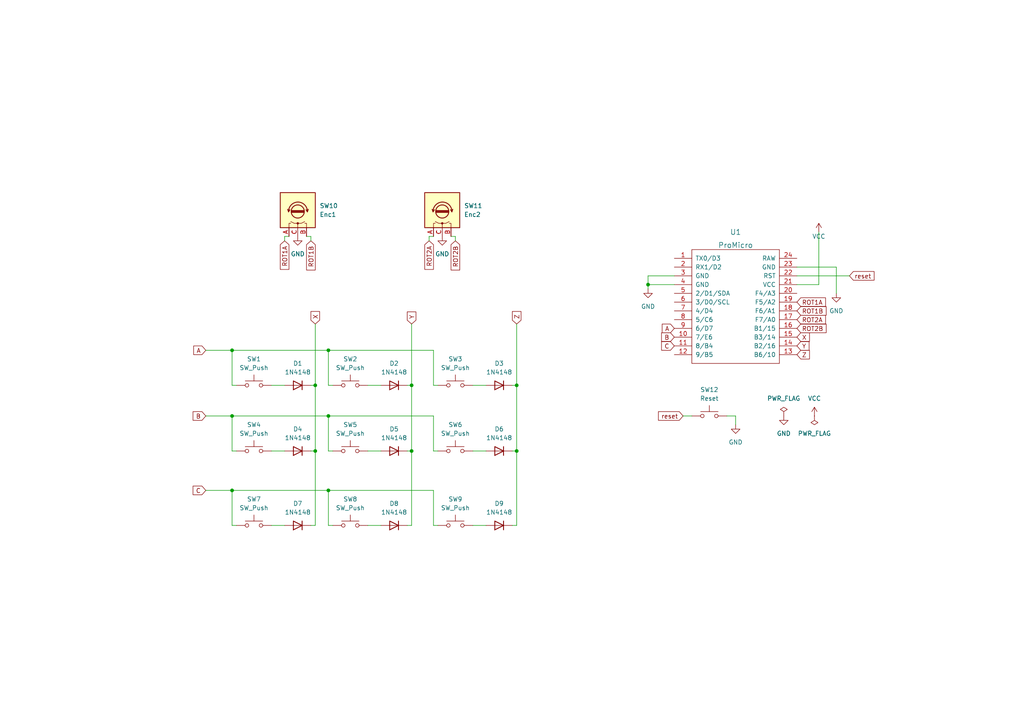
<source format=kicad_sch>
(kicad_sch (version 20211123) (generator eeschema)
  (paper "A4")
  (lib_symbols
    (symbol "Device:RotaryEncoder" (pin_names (offset 0.254) hide)
      (property "Reference" "SW" (at 0 6.604 0))
      (property "Value" "RotaryEncoder" (at 0 -6.604 0))
      (symbol "RotaryEncoder_0_1"
        (rectangle (start -5.08 5.08) (end 5.08 -5.08) (stroke (width 0.254)) (fill (type background)))
        (circle (center -3.81 0) (radius 0.254) (fill (type outline)))
        (arc (start -0.381 -2.794) (mid 2.3622 -0.0508) (end -0.381 2.667) (stroke (width 0.254)))
        (circle (center -0.381 0) (radius 1.905) (stroke (width 0.254)))
        (polyline (pts (xy -0.635 -1.778) (xy -0.635 1.778)) (stroke (width 0.254)))
        (polyline (pts (xy -0.381 -1.778) (xy -0.381 1.778)) (stroke (width 0.254)))
        (polyline (pts (xy -0.127 1.778) (xy -0.127 -1.778)) (stroke (width 0.254)))
        (polyline (pts (xy -5.08 -2.54) (xy -3.81 -2.54) (xy -3.81 -2.032)))
        (polyline (pts (xy -5.08 2.54) (xy -3.81 2.54) (xy -3.81 2.032)))
        (polyline (pts (xy 0.254 -3.048) (xy -0.508 -2.794) (xy 0.127 -2.413)) (stroke (width 0.254)))
        (polyline (pts (xy 0.254 2.921) (xy -0.508 2.667) (xy 0.127 2.286)) (stroke (width 0.254)))
        (polyline (pts (xy -5.08 0) (xy -3.81 0) (xy -3.81 -1.016) (xy -3.302 -2.032)))
        (polyline (pts (xy -4.318 0) (xy -3.81 0) (xy -3.81 1.016) (xy -3.302 2.032)))
      )
      (symbol "RotaryEncoder_1_1"
        (pin passive line (at -7.62 2.54 0) (length 2.54) (name "A") (number "A"))
        (pin passive line (at -7.62 -2.54 0) (length 2.54) (name "B") (number "B"))
        (pin passive line (at -7.62 0 0) (length 2.54) (name "C") (number "C"))
      )
    )
    (symbol "Diode:1N4148" (pin_numbers hide) (pin_names hide)
      (property "Reference" "D" (at 0 2.54 0))
      (property "Value" "1N4148" (at 0 -2.54 0))
      (symbol "1N4148_0_1"
        (polyline (pts (xy -1.27 1.27) (xy -1.27 -1.27)) (stroke (width 0.254)))
        (polyline (pts (xy 1.27 0) (xy -1.27 0)))
        (polyline (pts (xy 1.27 1.27) (xy 1.27 -1.27) (xy -1.27 0) (xy 1.27 1.27)) (stroke (width 0.254)))
      )
      (symbol "1N4148_1_1"
        (pin passive line (at -3.81 0 0) (length 2.54) (name "K") (number "1"))
        (pin passive line (at 3.81 0 180) (length 2.54) (name "A") (number "2"))
      )
    )
    (symbol "Switch:SW_Push" (pin_numbers hide) (pin_names (offset 1.016) hide)
      (property "Reference" "SW" (at 1.27 2.54 0))
      (property "Value" "SW_Push" (at 0 -1.524 0))
      (symbol "SW_Push_0_1"
        (circle (center -2.032 0) (radius 0.508))
        (polyline (pts (xy 0 1.27) (xy 0 3.048)))
        (polyline (pts (xy 2.54 1.27) (xy -2.54 1.27)))
        (circle (center 2.032 0) (radius 0.508))
        (pin passive line (at -5.08 0 0) (length 2.54) (name "1") (number "1"))
        (pin passive line (at 5.08 0 180) (length 2.54) (name "2") (number "2"))
      )
    )
    (symbol "kbd:ProMicro" (pin_names (offset 1.016))
      (property "Reference" "U" (at 0 19.05 0))
      (property "Value" "ProMicro" (at 0 -19.05 0))
      (symbol "ProMicro_0_1"
        (rectangle (start -12.7 16.51) (end 12.7 -16.51))
      )
      (symbol "ProMicro_1_1"
        (pin bidirectional line (at -17.78 13.97 0) (length 5.08) (name "TX0/D3") (number "1"))
        (pin bidirectional line (at -17.78 -8.89 0) (length 5.08) (name "7/E6") (number "10"))
        (pin bidirectional line (at -17.78 -11.43 0) (length 5.08) (name "8/B4") (number "11"))
        (pin bidirectional line (at -17.78 -13.97 0) (length 5.08) (name "9/B5") (number "12"))
        (pin bidirectional line (at 17.78 -13.97 180) (length 5.08) (name "B6/10") (number "13"))
        (pin bidirectional line (at 17.78 -11.43 180) (length 5.08) (name "B2/16") (number "14"))
        (pin bidirectional line (at 17.78 -8.89 180) (length 5.08) (name "B3/14") (number "15"))
        (pin bidirectional line (at 17.78 -6.35 180) (length 5.08) (name "B1/15") (number "16"))
        (pin bidirectional line (at 17.78 -3.81 180) (length 5.08) (name "F7/A0") (number "17"))
        (pin bidirectional line (at 17.78 -1.27 180) (length 5.08) (name "F6/A1") (number "18"))
        (pin bidirectional line (at 17.78 1.27 180) (length 5.08) (name "F5/A2") (number "19"))
        (pin bidirectional line (at -17.78 11.43 0) (length 5.08) (name "RX1/D2") (number "2"))
        (pin bidirectional line (at 17.78 3.81 180) (length 5.08) (name "F4/A3") (number "20"))
        (pin power_in line (at 17.78 6.35 180) (length 5.08) (name "VCC") (number "21"))
        (pin input line (at 17.78 8.89 180) (length 5.08) (name "RST") (number "22"))
        (pin power_in line (at 17.78 11.43 180) (length 5.08) (name "GND") (number "23"))
        (pin power_out line (at 17.78 13.97 180) (length 5.08) (name "RAW") (number "24"))
        (pin power_in line (at -17.78 8.89 0) (length 5.08) (name "GND") (number "3"))
        (pin power_in line (at -17.78 6.35 0) (length 5.08) (name "GND") (number "4"))
        (pin bidirectional line (at -17.78 3.81 0) (length 5.08) (name "2/D1/SDA") (number "5"))
        (pin bidirectional line (at -17.78 1.27 0) (length 5.08) (name "3/D0/SCL") (number "6"))
        (pin bidirectional line (at -17.78 -1.27 0) (length 5.08) (name "4/D4") (number "7"))
        (pin bidirectional line (at -17.78 -3.81 0) (length 5.08) (name "5/C6") (number "8"))
        (pin bidirectional line (at -17.78 -6.35 0) (length 5.08) (name "6/D7") (number "9"))
      )
    )
    (symbol "power:GND" (power) (pin_names (offset 0))
      (property "Value" "GND" (at 0 -3.81 0))
      (symbol "GND_0_1"
        (polyline (pts (xy 0 0) (xy 0 -1.27) (xy 1.27 -1.27) (xy 0 -2.54) (xy -1.27 -1.27) (xy 0 -1.27)))
      )
      (symbol "GND_1_1"
        (pin power_in line (at 0 0 270) (length 0) hide (name "GND") (number "1"))
      )
    )
    (symbol "power:PWR_FLAG" (power) (pin_numbers hide) (pin_names (offset 0) hide)
      (property "Value" "PWR_FLAG" (at 0 3.81 0))
      (symbol "PWR_FLAG_0_0"
        (pin power_out line (at 0 0 90) (length 0) (name "pwr") (number "1"))
      )
      (symbol "PWR_FLAG_0_1"
        (polyline (pts (xy 0 0) (xy 0 1.27) (xy -1.016 1.905) (xy 0 2.54) (xy 1.016 1.905) (xy 0 1.27)))
      )
    )
    (symbol "power:VCC" (power) (pin_names (offset 0))
      (property "Value" "VCC" (at 0 3.81 0))
      (symbol "VCC_0_1"
        (polyline (pts (xy -0.762 1.27) (xy 0 2.54)))
        (polyline (pts (xy 0 0) (xy 0 2.54)))
        (polyline (pts (xy 0 2.54) (xy 0.762 1.27)))
      )
      (symbol "VCC_1_1"
        (pin power_in line (at 0 0 90) (length 0) hide (name "VCC") (number "1"))
      )
    )
  )
  (junction (at 95.25 142.24))
  (junction (at 95.25 120.65))
  (junction (at 149.86 111.76))
  (junction (at 95.25 101.6))
  (junction (at 91.44 130.81))
  (junction (at 187.96 82.55))
  (junction (at 119.38 130.81))
  (junction (at 67.31 120.65))
  (junction (at 119.38 111.76))
  (junction (at 91.44 111.76))
  (junction (at 149.86 130.81))
  (junction (at 67.31 101.6))
  (junction (at 67.31 142.24))
  (wire (pts (xy 68.58 152.4) (xy 67.31 152.4)))
  (wire (pts (xy 149.86 111.76) (xy 149.86 130.81)))
  (wire (pts (xy 91.44 93.98) (xy 91.44 111.76)))
  (wire (pts (xy 195.58 80.01) (xy 187.96 80.01)))
  (wire (pts (xy 137.16 111.76) (xy 140.97 111.76)))
  (wire (pts (xy 67.31 101.6) (xy 95.25 101.6)))
  (wire (pts (xy 90.17 68.58) (xy 88.9 68.58)))
  (wire (pts (xy 210.82 120.65) (xy 213.36 120.65)))
  (wire (pts (xy 119.38 111.76) (xy 119.38 130.81)))
  (wire (pts (xy 125.73 101.6) (xy 125.73 111.76)))
  (wire (pts (xy 91.44 130.81) (xy 91.44 152.4)))
  (wire (pts (xy 198.12 120.65) (xy 200.66 120.65)))
  (wire (pts (xy 96.52 152.4) (xy 95.25 152.4)))
  (wire (pts (xy 91.44 130.81) (xy 90.17 130.81)))
  (wire (pts (xy 231.14 80.01) (xy 246.38 80.01)))
  (wire (pts (xy 118.11 152.4) (xy 119.38 152.4)))
  (wire (pts (xy 148.59 152.4) (xy 149.86 152.4)))
  (wire (pts (xy 213.36 120.65) (xy 213.36 123.19)))
  (wire (pts (xy 82.55 68.58) (xy 82.55 69.85)))
  (wire (pts (xy 95.25 101.6) (xy 95.25 111.76)))
  (wire (pts (xy 90.17 68.58) (xy 90.17 69.85)))
  (wire (pts (xy 125.73 152.4) (xy 127 152.4)))
  (wire (pts (xy 90.17 152.4) (xy 91.44 152.4)))
  (wire (pts (xy 125.73 111.76) (xy 127 111.76)))
  (wire (pts (xy 96.52 130.81) (xy 95.25 130.81)))
  (wire (pts (xy 137.16 130.81) (xy 140.97 130.81)))
  (wire (pts (xy 95.25 120.65) (xy 95.25 130.81)))
  (wire (pts (xy 125.73 120.65) (xy 125.73 130.81)))
  (wire (pts (xy 106.68 130.81) (xy 110.49 130.81)))
  (wire (pts (xy 119.38 130.81) (xy 119.38 152.4)))
  (wire (pts (xy 91.44 111.76) (xy 91.44 130.81)))
  (wire (pts (xy 95.25 142.24) (xy 125.73 142.24)))
  (wire (pts (xy 125.73 142.24) (xy 125.73 152.4)))
  (wire (pts (xy 106.68 111.76) (xy 110.49 111.76)))
  (wire (pts (xy 59.69 101.6) (xy 67.31 101.6)))
  (wire (pts (xy 124.46 68.58) (xy 125.73 68.58)))
  (wire (pts (xy 95.25 101.6) (xy 125.73 101.6)))
  (wire (pts (xy 68.58 130.81) (xy 67.31 130.81)))
  (wire (pts (xy 67.31 120.65) (xy 67.31 130.81)))
  (wire (pts (xy 96.52 111.76) (xy 95.25 111.76)))
  (wire (pts (xy 118.11 111.76) (xy 119.38 111.76)))
  (wire (pts (xy 90.17 111.76) (xy 91.44 111.76)))
  (wire (pts (xy 187.96 82.55) (xy 187.96 83.82)))
  (wire (pts (xy 237.49 67.31) (xy 237.49 82.55)))
  (wire (pts (xy 119.38 93.98) (xy 119.38 111.76)))
  (wire (pts (xy 149.86 93.98) (xy 149.86 111.76)))
  (wire (pts (xy 78.74 111.76) (xy 82.55 111.76)))
  (wire (pts (xy 67.31 142.24) (xy 95.25 142.24)))
  (wire (pts (xy 195.58 82.55) (xy 187.96 82.55)))
  (wire (pts (xy 106.68 152.4) (xy 110.49 152.4)))
  (wire (pts (xy 137.16 152.4) (xy 140.97 152.4)))
  (wire (pts (xy 132.08 68.58) (xy 130.81 68.58)))
  (wire (pts (xy 59.69 120.65) (xy 67.31 120.65)))
  (wire (pts (xy 67.31 120.65) (xy 95.25 120.65)))
  (wire (pts (xy 95.25 142.24) (xy 95.25 152.4)))
  (wire (pts (xy 148.59 130.81) (xy 149.86 130.81)))
  (wire (pts (xy 187.96 80.01) (xy 187.96 82.55)))
  (wire (pts (xy 231.14 77.47) (xy 242.57 77.47)))
  (wire (pts (xy 132.08 68.58) (xy 132.08 69.85)))
  (wire (pts (xy 125.73 130.81) (xy 127 130.81)))
  (wire (pts (xy 67.31 142.24) (xy 67.31 152.4)))
  (wire (pts (xy 67.31 111.76) (xy 68.58 111.76)))
  (wire (pts (xy 82.55 68.58) (xy 83.82 68.58)))
  (wire (pts (xy 124.46 68.58) (xy 124.46 69.85)))
  (wire (pts (xy 67.31 101.6) (xy 67.31 111.76)))
  (wire (pts (xy 95.25 120.65) (xy 125.73 120.65)))
  (wire (pts (xy 118.11 130.81) (xy 119.38 130.81)))
  (wire (pts (xy 242.57 77.47) (xy 242.57 85.09)))
  (wire (pts (xy 148.59 111.76) (xy 149.86 111.76)))
  (wire (pts (xy 78.74 152.4) (xy 82.55 152.4)))
  (wire (pts (xy 59.69 142.24) (xy 67.31 142.24)))
  (wire (pts (xy 149.86 130.81) (xy 149.86 152.4)))
  (wire (pts (xy 231.14 82.55) (xy 237.49 82.55)))
  (wire (pts (xy 78.74 130.81) (xy 82.55 130.81)))
  (global_label "Y" (shape input) (at 231.14 100.33 0) (property "シート間のリファレンス" "${INTERSHEET_REFS}" (effects hide)))
  (global_label "ROT1B" (shape input) (at 90.17 69.85 270) (property "シート間のリファレンス" "${INTERSHEET_REFS}" (effects hide)))
  (global_label "A" (shape input) (at 195.58 95.25 180) (property "シート間のリファレンス" "${INTERSHEET_REFS}" (effects hide)))
  (global_label "A" (shape input) (at 59.69 101.6 180) (property "シート間のリファレンス" "${INTERSHEET_REFS}" (effects hide)))
  (global_label "ROT1A" (shape input) (at 82.55 69.85 270) (property "シート間のリファレンス" "${INTERSHEET_REFS}" (effects hide)))
  (global_label "reset" (shape input) (at 198.12 120.65 180) (property "シート間のリファレンス" "${INTERSHEET_REFS}" (effects hide)))
  (global_label "C" (shape input) (at 195.58 100.33 180) (property "シート間のリファレンス" "${INTERSHEET_REFS}" (effects hide)))
  (global_label "C" (shape input) (at 59.69 142.24 180) (property "シート間のリファレンス" "${INTERSHEET_REFS}" (effects hide)))
  (global_label "B" (shape input) (at 195.58 97.79 180) (property "シート間のリファレンス" "${INTERSHEET_REFS}" (effects hide)))
  (global_label "ROT2B" (shape input) (at 132.08 69.85 270) (property "シート間のリファレンス" "${INTERSHEET_REFS}" (effects hide)))
  (global_label "ROT2A" (shape input) (at 231.14 92.71 0) (property "シート間のリファレンス" "${INTERSHEET_REFS}" (effects hide)))
  (global_label "ROT1A" (shape input) (at 231.14 87.63 0) (property "シート間のリファレンス" "${INTERSHEET_REFS}" (effects hide)))
  (global_label "Z" (shape input) (at 149.86 93.98 90) (property "シート間のリファレンス" "${INTERSHEET_REFS}" (effects hide)))
  (global_label "X" (shape input) (at 231.14 97.79 0) (property "シート間のリファレンス" "${INTERSHEET_REFS}" (effects hide)))
  (global_label "X" (shape input) (at 91.44 93.98 90) (property "シート間のリファレンス" "${INTERSHEET_REFS}" (effects hide)))
  (global_label "ROT2B" (shape input) (at 231.14 95.25 0) (property "シート間のリファレンス" "${INTERSHEET_REFS}" (effects hide)))
  (global_label "reset" (shape input) (at 246.38 80.01 0) (property "シート間のリファレンス" "${INTERSHEET_REFS}" (effects hide)))
  (global_label "B" (shape input) (at 59.69 120.65 180) (property "シート間のリファレンス" "${INTERSHEET_REFS}" (effects hide)))
  (global_label "Z" (shape input) (at 231.14 102.87 0) (property "シート間のリファレンス" "${INTERSHEET_REFS}" (effects hide)))
  (global_label "ROT1B" (shape input) (at 231.14 90.17 0) (property "シート間のリファレンス" "${INTERSHEET_REFS}" (effects hide)))
  (global_label "ROT2A" (shape input) (at 124.46 69.85 270) (property "シート間のリファレンス" "${INTERSHEET_REFS}" (effects hide)))
  (global_label "Y" (shape input) (at 119.38 93.98 90) (property "シート間のリファレンス" "${INTERSHEET_REFS}" (effects hide)))
  (symbol (lib_id "Diode:1N4148") (at 86.36 111.76 180) (unit 1)
    (property "Reference" "D1" (at 86.36 105.41 0))
    (property "Value" "1N4148" (at 86.36 107.95 0))
    (property "Footprint" "Diode_THT:D_DO-35_SOD27_P7.62mm_Horizontal" (effects hide))
    (property "Datasheet" "https://assets.nexperia.com/documents/data-sheet/1N4148_1N4448.pdf" (effects hide))
  )
  (symbol (lib_id "power:VCC") (at 236.22 120.65 0) (unit 1)
    (property "Reference" "#PWR?" (effects hide))
    (property "Value" "VCC" (at 236.22 115.57 0))
  )
  (symbol (lib_id "Switch:SW_Push") (at 73.66 130.81 0) (unit 1)
    (property "Reference" "SW4" (at 73.66 123.19 0))
    (property "Value" "SW_Push" (at 73.66 125.73 0))
    (property "Footprint" "kbd:CherryMX_1u" (effects hide))
  )
  (symbol (lib_id "Diode:1N4148") (at 144.78 130.81 180) (unit 1)
    (property "Reference" "D6" (at 144.78 124.46 0))
    (property "Value" "1N4148" (at 144.78 127 0))
    (property "Footprint" "Diode_THT:D_DO-35_SOD27_P7.62mm_Horizontal" (effects hide))
    (property "Datasheet" "https://assets.nexperia.com/documents/data-sheet/1N4148_1N4448.pdf" (effects hide))
  )
  (symbol (lib_id "power:GND") (at 213.36 123.19 0) (unit 1)
    (property "Reference" "#PWR?" (effects hide))
    (property "Value" "GND" (at 213.36 128.27 0))
  )
  (symbol (lib_id "power:GND") (at 242.57 85.09 0) (unit 1)
    (property "Reference" "#PWR?" (effects hide))
    (property "Value" "GND" (at 242.57 90.17 0))
  )
  (symbol (lib_id "power:GND") (at 227.33 120.65 0) (unit 1)
    (property "Reference" "#PWR?" (effects hide))
    (property "Value" "GND" (at 227.33 125.73 0))
  )
  (symbol (lib_id "Switch:SW_Push") (at 101.6 152.4 0) (unit 1)
    (property "Reference" "SW8" (at 101.6 144.78 0))
    (property "Value" "SW_Push" (at 101.6 147.32 0))
    (property "Footprint" "kbd:CherryMX_1u" (effects hide))
  )
  (symbol (lib_id "Diode:1N4148") (at 114.3 130.81 180) (unit 1)
    (property "Reference" "D5" (at 114.3 124.46 0))
    (property "Value" "1N4148" (at 114.3 127 0))
    (property "Footprint" "Diode_THT:D_DO-35_SOD27_P7.62mm_Horizontal" (effects hide))
    (property "Datasheet" "https://assets.nexperia.com/documents/data-sheet/1N4148_1N4448.pdf" (effects hide))
  )
  (symbol (lib_id "Switch:SW_Push") (at 205.74 120.65 0) (unit 1)
    (property "Reference" "SW12" (at 205.74 113.03 0))
    (property "Value" "Reset" (at 205.74 115.57 0))
    (property "Footprint" "Button_Switch_THT:SW_PUSH_6mm" (effects hide))
  )
  (symbol (lib_id "Device:RotaryEncoder") (at 86.36 60.96 90) (unit 1)
    (property "Reference" "SW10" (at 92.71 59.6899 90) (effects (justify right)))
    (property "Value" "Enc1" (at 92.71 62.2299 90) (effects (justify right)))
    (property "Footprint" "Rotary_Encoder:RotaryEncoder_Alps_EC12E_Vertical_H20mm_CircularMountingHoles" (effects hide))
  )
  (symbol (lib_id "Diode:1N4148") (at 86.36 152.4 180) (unit 1)
    (property "Reference" "D7" (at 86.36 146.05 0))
    (property "Value" "1N4148" (at 86.36 148.59 0))
    (property "Footprint" "Diode_THT:D_DO-35_SOD27_P7.62mm_Horizontal" (effects hide))
    (property "Datasheet" "https://assets.nexperia.com/documents/data-sheet/1N4148_1N4448.pdf" (effects hide))
  )
  (symbol (lib_id "Switch:SW_Push") (at 132.08 130.81 0) (unit 1)
    (property "Reference" "SW6" (at 132.08 123.19 0))
    (property "Value" "SW_Push" (at 132.08 125.73 0))
    (property "Footprint" "kbd:CherryMX_1u" (effects hide))
  )
  (symbol (lib_id "Diode:1N4148") (at 144.78 111.76 180) (unit 1)
    (property "Reference" "D3" (at 144.78 105.41 0))
    (property "Value" "1N4148" (at 144.78 107.95 0))
    (property "Footprint" "Diode_THT:D_DO-35_SOD27_P7.62mm_Horizontal" (effects hide))
    (property "Datasheet" "https://assets.nexperia.com/documents/data-sheet/1N4148_1N4448.pdf" (effects hide))
  )
  (symbol (lib_id "power:GND") (at 128.27 68.58 0) (unit 1)
    (property "Reference" "#PWR?" (effects hide))
    (property "Value" "GND" (at 128.27 73.66 0))
  )
  (symbol (lib_id "Switch:SW_Push") (at 132.08 152.4 0) (unit 1)
    (property "Reference" "SW9" (at 132.08 144.78 0))
    (property "Value" "SW_Push" (at 132.08 147.32 0))
    (property "Footprint" "kbd:CherryMX_1u" (effects hide))
  )
  (symbol (lib_id "power:GND") (at 187.96 83.82 0) (unit 1)
    (property "Reference" "#PWR?" (effects hide))
    (property "Value" "GND" (at 187.96 88.9 0))
  )
  (symbol (lib_id "power:VCC") (at 237.49 67.31 0) (unit 1)
    (property "Reference" "#PWR?" (effects hide))
    (property "Value" "VCC" (at 237.49 68.58 0))
  )
  (symbol (lib_id "power:GND") (at 86.36 68.58 0) (unit 1)
    (property "Reference" "#PWR?" (effects hide))
    (property "Value" "GND" (at 86.36 73.66 0))
  )
  (symbol (lib_id "Device:RotaryEncoder") (at 128.27 60.96 90) (unit 1)
    (property "Reference" "SW11" (at 134.62 59.6899 90) (effects (justify right)))
    (property "Value" "Enc2" (at 134.62 62.2299 90) (effects (justify right)))
    (property "Footprint" "Rotary_Encoder:RotaryEncoder_Alps_EC12E_Vertical_H20mm_CircularMountingHoles" (effects hide))
  )
  (symbol (lib_id "Switch:SW_Push") (at 132.08 111.76 0) (unit 1)
    (property "Reference" "SW3" (at 132.08 104.14 0))
    (property "Value" "SW_Push" (at 132.08 106.68 0))
    (property "Footprint" "kbd:CherryMX_1u" (effects hide))
  )
  (symbol (lib_id "Switch:SW_Push") (at 101.6 111.76 0) (unit 1)
    (property "Reference" "SW2" (at 101.6 104.14 0))
    (property "Value" "SW_Push" (at 101.6 106.68 0))
    (property "Footprint" "kbd:CherryMX_1u" (effects hide))
  )
  (symbol (lib_id "Diode:1N4148") (at 86.36 130.81 180) (unit 1)
    (property "Reference" "D4" (at 86.36 124.46 0))
    (property "Value" "1N4148" (at 86.36 127 0))
    (property "Footprint" "Diode_THT:D_DO-35_SOD27_P7.62mm_Horizontal" (effects hide))
    (property "Datasheet" "https://assets.nexperia.com/documents/data-sheet/1N4148_1N4448.pdf" (effects hide))
  )
  (symbol (lib_id "Switch:SW_Push") (at 101.6 130.81 0) (unit 1)
    (property "Reference" "SW5" (at 101.6 123.19 0))
    (property "Value" "SW_Push" (at 101.6 125.73 0))
    (property "Footprint" "kbd:CherryMX_1u" (effects hide))
  )
  (symbol (lib_id "Switch:SW_Push") (at 73.66 111.76 0) (unit 1)
    (property "Reference" "SW1" (at 73.66 104.14 0))
    (property "Value" "SW_Push" (at 73.66 106.68 0))
    (property "Footprint" "kbd:CherryMX_1u" (effects hide))
  )
  (symbol (lib_id "Switch:SW_Push") (at 73.66 152.4 0) (unit 1)
    (property "Reference" "SW7" (at 73.66 144.78 0))
    (property "Value" "SW_Push" (at 73.66 147.32 0))
    (property "Footprint" "kbd:CherryMX_1u" (effects hide))
  )
  (symbol (lib_id "power:PWR_FLAG") (at 227.33 120.65 0) (unit 1)
    (property "Reference" "#FLG?" (effects hide))
    (property "Value" "PWR_FLAG" (at 227.33 115.57 0))
  )
  (symbol (lib_id "kbd:ProMicro") (at 213.36 88.9 0) (unit 1)
    (property "Reference" "U1" (at 213.36 67.31 0) (effects (font (size 1.524 1.524))))
    (property "Value" "ProMicro" (at 213.36 71.12 0) (effects (font (size 1.524 1.524))))
    (property "Footprint" "kbd:ProMicro_v3.5" (effects hide))
  )
  (symbol (lib_id "Diode:1N4148") (at 114.3 111.76 180) (unit 1)
    (property "Reference" "D2" (at 114.3 105.41 0))
    (property "Value" "1N4148" (at 114.3 107.95 0))
    (property "Footprint" "Diode_THT:D_DO-35_SOD27_P7.62mm_Horizontal" (effects hide))
    (property "Datasheet" "https://assets.nexperia.com/documents/data-sheet/1N4148_1N4448.pdf" (effects hide))
  )
  (symbol (lib_id "Diode:1N4148") (at 114.3 152.4 180) (unit 1)
    (property "Reference" "D8" (at 114.3 146.05 0))
    (property "Value" "1N4148" (at 114.3 148.59 0))
    (property "Footprint" "Diode_THT:D_DO-35_SOD27_P7.62mm_Horizontal" (effects hide))
    (property "Datasheet" "https://assets.nexperia.com/documents/data-sheet/1N4148_1N4448.pdf" (effects hide))
  )
  (symbol (lib_id "Diode:1N4148") (at 144.78 152.4 180) (unit 1)
    (property "Reference" "D9" (at 144.78 146.05 0))
    (property "Value" "1N4148" (at 144.78 148.59 0))
    (property "Footprint" "Diode_THT:D_DO-35_SOD27_P7.62mm_Horizontal" (effects hide))
    (property "Datasheet" "https://assets.nexperia.com/documents/data-sheet/1N4148_1N4448.pdf" (effects hide))
  )
  (symbol (lib_id "power:PWR_FLAG") (at 236.22 120.65 180) (unit 1)
    (property "Reference" "#FLG?" (effects hide))
    (property "Value" "PWR_FLAG" (at 236.22 125.73 0))
  )
)
</source>
